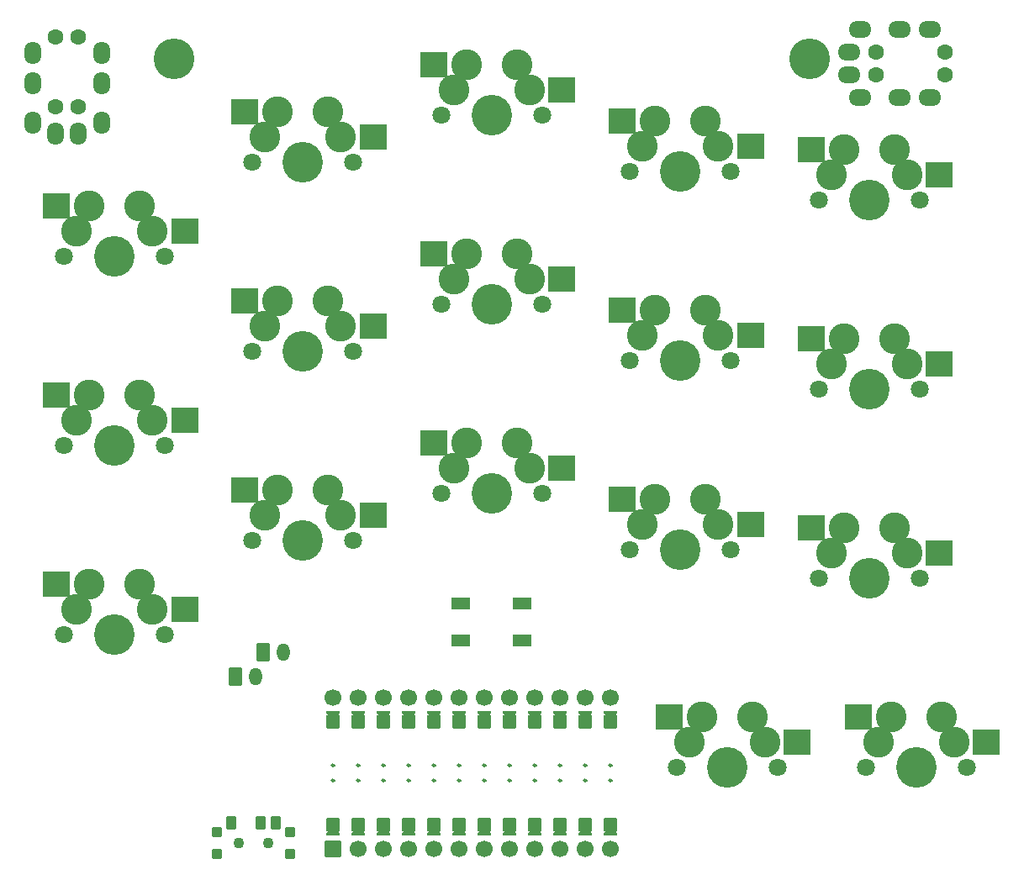
<source format=gbr>
%TF.GenerationSoftware,KiCad,Pcbnew,7.0.0*%
%TF.CreationDate,2023-04-08T11:50:52+01:00*%
%TF.ProjectId,chips-34,63686970-732d-4333-942e-6b696361645f,v1.0.0*%
%TF.SameCoordinates,Original*%
%TF.FileFunction,Soldermask,Top*%
%TF.FilePolarity,Negative*%
%FSLAX46Y46*%
G04 Gerber Fmt 4.6, Leading zero omitted, Abs format (unit mm)*
G04 Created by KiCad (PCBNEW 7.0.0) date 2023-04-08 11:50:52*
%MOMM*%
%LPD*%
G01*
G04 APERTURE LIST*
G04 Aperture macros list*
%AMRoundRect*
0 Rectangle with rounded corners*
0 $1 Rounding radius*
0 $2 $3 $4 $5 $6 $7 $8 $9 X,Y pos of 4 corners*
0 Add a 4 corners polygon primitive as box body*
4,1,4,$2,$3,$4,$5,$6,$7,$8,$9,$2,$3,0*
0 Add four circle primitives for the rounded corners*
1,1,$1+$1,$2,$3*
1,1,$1+$1,$4,$5*
1,1,$1+$1,$6,$7*
1,1,$1+$1,$8,$9*
0 Add four rect primitives between the rounded corners*
20,1,$1+$1,$2,$3,$4,$5,0*
20,1,$1+$1,$4,$5,$6,$7,0*
20,1,$1+$1,$6,$7,$8,$9,0*
20,1,$1+$1,$8,$9,$2,$3,0*%
%AMFreePoly0*
4,1,14,0.635355,0.435355,0.650000,0.400000,0.650000,0.200000,0.635355,0.164645,0.035355,-0.435355,0.000000,-0.450000,-0.035355,-0.435355,-0.635355,0.164645,-0.650000,0.200000,-0.650000,0.400000,-0.635355,0.435355,-0.600000,0.450000,0.600000,0.450000,0.635355,0.435355,0.635355,0.435355,$1*%
%AMFreePoly1*
4,1,16,0.635355,1.035355,0.650000,1.000000,0.650000,-0.250000,0.635355,-0.285355,0.600000,-0.300000,-0.600000,-0.300000,-0.635355,-0.285355,-0.650000,-0.250000,-0.650000,1.000000,-0.635355,1.035355,-0.600000,1.050000,-0.564645,1.035355,0.000000,0.470710,0.564645,1.035355,0.600000,1.050000,0.635355,1.035355,0.635355,1.035355,$1*%
G04 Aperture macros list end*
%ADD10C,0.250000*%
%ADD11C,0.100000*%
%ADD12O,1.300000X1.800000*%
%ADD13RoundRect,0.050000X-0.600000X-0.850000X0.600000X-0.850000X0.600000X0.850000X-0.600000X0.850000X0*%
%ADD14C,1.700000*%
%ADD15FreePoly0,180.000000*%
%ADD16FreePoly1,180.000000*%
%ADD17RoundRect,0.050000X-0.800000X-0.800000X0.800000X-0.800000X0.800000X0.800000X-0.800000X0.800000X0*%
%ADD18FreePoly1,0.000000*%
%ADD19FreePoly0,0.000000*%
%ADD20C,1.100000*%
%ADD21RoundRect,0.050000X0.450000X0.450000X-0.450000X0.450000X-0.450000X-0.450000X0.450000X-0.450000X0*%
%ADD22RoundRect,0.050000X0.450000X0.625000X-0.450000X0.625000X-0.450000X-0.625000X0.450000X-0.625000X0*%
%ADD23RoundRect,0.050000X0.900000X0.550000X-0.900000X0.550000X-0.900000X-0.550000X0.900000X-0.550000X0*%
%ADD24C,4.100000*%
%ADD25C,4.087800*%
%ADD26C,1.801800*%
%ADD27C,3.100000*%
%ADD28RoundRect,0.050000X-1.275000X-1.250000X1.275000X-1.250000X1.275000X1.250000X-1.275000X1.250000X0*%
%ADD29C,1.600000*%
%ADD30O,2.300000X1.700000*%
%ADD31O,1.700000X2.300000*%
G04 APERTURE END LIST*
D10*
%TO.C,MCU1*%
X50095000Y-14668500D02*
G75*
G03*
X50095000Y-14668500I-125000J0D01*
G01*
X50095000Y-13144500D02*
G75*
G03*
X50095000Y-13144500I-125000J0D01*
G01*
X47555000Y-14668500D02*
G75*
G03*
X47555000Y-14668500I-125000J0D01*
G01*
X47555000Y-13144500D02*
G75*
G03*
X47555000Y-13144500I-125000J0D01*
G01*
X45015000Y-14668500D02*
G75*
G03*
X45015000Y-14668500I-125000J0D01*
G01*
X45015000Y-13144500D02*
G75*
G03*
X45015000Y-13144500I-125000J0D01*
G01*
X42475000Y-14668500D02*
G75*
G03*
X42475000Y-14668500I-125000J0D01*
G01*
X42475000Y-13144500D02*
G75*
G03*
X42475000Y-13144500I-125000J0D01*
G01*
X39935000Y-14668500D02*
G75*
G03*
X39935000Y-14668500I-125000J0D01*
G01*
X39935000Y-13144500D02*
G75*
G03*
X39935000Y-13144500I-125000J0D01*
G01*
X37395000Y-14668500D02*
G75*
G03*
X37395000Y-14668500I-125000J0D01*
G01*
X37395000Y-13144500D02*
G75*
G03*
X37395000Y-13144500I-125000J0D01*
G01*
X34855000Y-14668500D02*
G75*
G03*
X34855000Y-14668500I-125000J0D01*
G01*
X34855000Y-13144500D02*
G75*
G03*
X34855000Y-13144500I-125000J0D01*
G01*
X32315000Y-14668500D02*
G75*
G03*
X32315000Y-14668500I-125000J0D01*
G01*
X32315000Y-13144500D02*
G75*
G03*
X32315000Y-13144500I-125000J0D01*
G01*
X29775000Y-14668500D02*
G75*
G03*
X29775000Y-14668500I-125000J0D01*
G01*
X29775000Y-13144500D02*
G75*
G03*
X29775000Y-13144500I-125000J0D01*
G01*
X27235000Y-14668500D02*
G75*
G03*
X27235000Y-14668500I-125000J0D01*
G01*
X27235000Y-13144500D02*
G75*
G03*
X27235000Y-13144500I-125000J0D01*
G01*
X24695000Y-13144500D02*
G75*
G03*
X24695000Y-13144500I-125000J0D01*
G01*
X24695000Y-14668500D02*
G75*
G03*
X24695000Y-14668500I-125000J0D01*
G01*
X22155000Y-14668500D02*
G75*
G03*
X22155000Y-14668500I-125000J0D01*
G01*
X22155000Y-13144500D02*
G75*
G03*
X22155000Y-13144500I-125000J0D01*
G01*
G36*
X22538000Y-8826500D02*
G01*
X21522000Y-8826500D01*
X21522000Y-7810500D01*
X22538000Y-7810500D01*
X22538000Y-8826500D01*
G37*
D11*
X22538000Y-8826500D02*
X21522000Y-8826500D01*
X21522000Y-7810500D01*
X22538000Y-7810500D01*
X22538000Y-8826500D01*
G36*
X37778000Y-8826500D02*
G01*
X36762000Y-8826500D01*
X36762000Y-7810500D01*
X37778000Y-7810500D01*
X37778000Y-8826500D01*
G37*
X37778000Y-8826500D02*
X36762000Y-8826500D01*
X36762000Y-7810500D01*
X37778000Y-7810500D01*
X37778000Y-8826500D01*
G36*
X25078000Y-8826500D02*
G01*
X24062000Y-8826500D01*
X24062000Y-7810500D01*
X25078000Y-7810500D01*
X25078000Y-8826500D01*
G37*
X25078000Y-8826500D02*
X24062000Y-8826500D01*
X24062000Y-7810500D01*
X25078000Y-7810500D01*
X25078000Y-8826500D01*
G36*
X27618000Y-8826500D02*
G01*
X26602000Y-8826500D01*
X26602000Y-7810500D01*
X27618000Y-7810500D01*
X27618000Y-8826500D01*
G37*
X27618000Y-8826500D02*
X26602000Y-8826500D01*
X26602000Y-7810500D01*
X27618000Y-7810500D01*
X27618000Y-8826500D01*
G36*
X32698000Y-8826500D02*
G01*
X31682000Y-8826500D01*
X31682000Y-7810500D01*
X32698000Y-7810500D01*
X32698000Y-8826500D01*
G37*
X32698000Y-8826500D02*
X31682000Y-8826500D01*
X31682000Y-7810500D01*
X32698000Y-7810500D01*
X32698000Y-8826500D01*
G36*
X35238000Y-8826500D02*
G01*
X34222000Y-8826500D01*
X34222000Y-7810500D01*
X35238000Y-7810500D01*
X35238000Y-8826500D01*
G37*
X35238000Y-8826500D02*
X34222000Y-8826500D01*
X34222000Y-7810500D01*
X35238000Y-7810500D01*
X35238000Y-8826500D01*
G36*
X42858000Y-8826500D02*
G01*
X41842000Y-8826500D01*
X41842000Y-7810500D01*
X42858000Y-7810500D01*
X42858000Y-8826500D01*
G37*
X42858000Y-8826500D02*
X41842000Y-8826500D01*
X41842000Y-7810500D01*
X42858000Y-7810500D01*
X42858000Y-8826500D01*
G36*
X47938000Y-8826500D02*
G01*
X46922000Y-8826500D01*
X46922000Y-7810500D01*
X47938000Y-7810500D01*
X47938000Y-8826500D01*
G37*
X47938000Y-8826500D02*
X46922000Y-8826500D01*
X46922000Y-7810500D01*
X47938000Y-7810500D01*
X47938000Y-8826500D01*
G36*
X30158000Y-8826500D02*
G01*
X29142000Y-8826500D01*
X29142000Y-7810500D01*
X30158000Y-7810500D01*
X30158000Y-8826500D01*
G37*
X30158000Y-8826500D02*
X29142000Y-8826500D01*
X29142000Y-7810500D01*
X30158000Y-7810500D01*
X30158000Y-8826500D01*
G36*
X40318000Y-8826500D02*
G01*
X39302000Y-8826500D01*
X39302000Y-7810500D01*
X40318000Y-7810500D01*
X40318000Y-8826500D01*
G37*
X40318000Y-8826500D02*
X39302000Y-8826500D01*
X39302000Y-7810500D01*
X40318000Y-7810500D01*
X40318000Y-8826500D01*
G36*
X45398000Y-8826500D02*
G01*
X44382000Y-8826500D01*
X44382000Y-7810500D01*
X45398000Y-7810500D01*
X45398000Y-8826500D01*
G37*
X45398000Y-8826500D02*
X44382000Y-8826500D01*
X44382000Y-7810500D01*
X45398000Y-7810500D01*
X45398000Y-8826500D01*
G36*
X50478000Y-8826500D02*
G01*
X49462000Y-8826500D01*
X49462000Y-7810500D01*
X50478000Y-7810500D01*
X50478000Y-8826500D01*
G37*
X50478000Y-8826500D02*
X49462000Y-8826500D01*
X49462000Y-7810500D01*
X50478000Y-7810500D01*
X50478000Y-8826500D01*
G36*
X50478000Y-20002500D02*
G01*
X49462000Y-20002500D01*
X49462000Y-18986500D01*
X50478000Y-18986500D01*
X50478000Y-20002500D01*
G37*
X50478000Y-20002500D02*
X49462000Y-20002500D01*
X49462000Y-18986500D01*
X50478000Y-18986500D01*
X50478000Y-20002500D01*
G36*
X47938000Y-20002500D02*
G01*
X46922000Y-20002500D01*
X46922000Y-18986500D01*
X47938000Y-18986500D01*
X47938000Y-20002500D01*
G37*
X47938000Y-20002500D02*
X46922000Y-20002500D01*
X46922000Y-18986500D01*
X47938000Y-18986500D01*
X47938000Y-20002500D01*
G36*
X45398000Y-20002500D02*
G01*
X44382000Y-20002500D01*
X44382000Y-18986500D01*
X45398000Y-18986500D01*
X45398000Y-20002500D01*
G37*
X45398000Y-20002500D02*
X44382000Y-20002500D01*
X44382000Y-18986500D01*
X45398000Y-18986500D01*
X45398000Y-20002500D01*
G36*
X42858000Y-20002500D02*
G01*
X41842000Y-20002500D01*
X41842000Y-18986500D01*
X42858000Y-18986500D01*
X42858000Y-20002500D01*
G37*
X42858000Y-20002500D02*
X41842000Y-20002500D01*
X41842000Y-18986500D01*
X42858000Y-18986500D01*
X42858000Y-20002500D01*
G36*
X40318000Y-20002500D02*
G01*
X39302000Y-20002500D01*
X39302000Y-18986500D01*
X40318000Y-18986500D01*
X40318000Y-20002500D01*
G37*
X40318000Y-20002500D02*
X39302000Y-20002500D01*
X39302000Y-18986500D01*
X40318000Y-18986500D01*
X40318000Y-20002500D01*
G36*
X37778000Y-20002500D02*
G01*
X36762000Y-20002500D01*
X36762000Y-18986500D01*
X37778000Y-18986500D01*
X37778000Y-20002500D01*
G37*
X37778000Y-20002500D02*
X36762000Y-20002500D01*
X36762000Y-18986500D01*
X37778000Y-18986500D01*
X37778000Y-20002500D01*
G36*
X35238000Y-20002500D02*
G01*
X34222000Y-20002500D01*
X34222000Y-18986500D01*
X35238000Y-18986500D01*
X35238000Y-20002500D01*
G37*
X35238000Y-20002500D02*
X34222000Y-20002500D01*
X34222000Y-18986500D01*
X35238000Y-18986500D01*
X35238000Y-20002500D01*
G36*
X32698000Y-20002500D02*
G01*
X31682000Y-20002500D01*
X31682000Y-18986500D01*
X32698000Y-18986500D01*
X32698000Y-20002500D01*
G37*
X32698000Y-20002500D02*
X31682000Y-20002500D01*
X31682000Y-18986500D01*
X32698000Y-18986500D01*
X32698000Y-20002500D01*
G36*
X30158000Y-20002500D02*
G01*
X29142000Y-20002500D01*
X29142000Y-18986500D01*
X30158000Y-18986500D01*
X30158000Y-20002500D01*
G37*
X30158000Y-20002500D02*
X29142000Y-20002500D01*
X29142000Y-18986500D01*
X30158000Y-18986500D01*
X30158000Y-20002500D01*
G36*
X27618000Y-20002500D02*
G01*
X26602000Y-20002500D01*
X26602000Y-18986500D01*
X27618000Y-18986500D01*
X27618000Y-20002500D01*
G37*
X27618000Y-20002500D02*
X26602000Y-20002500D01*
X26602000Y-18986500D01*
X27618000Y-18986500D01*
X27618000Y-20002500D01*
G36*
X25078000Y-20002500D02*
G01*
X24062000Y-20002500D01*
X24062000Y-18986500D01*
X25078000Y-18986500D01*
X25078000Y-20002500D01*
G37*
X25078000Y-20002500D02*
X24062000Y-20002500D01*
X24062000Y-18986500D01*
X25078000Y-18986500D01*
X25078000Y-20002500D01*
G36*
X22538000Y-20002500D02*
G01*
X21522000Y-20002500D01*
X21522000Y-18986500D01*
X22538000Y-18986500D01*
X22538000Y-20002500D01*
G37*
X22538000Y-20002500D02*
X21522000Y-20002500D01*
X21522000Y-18986500D01*
X22538000Y-18986500D01*
X22538000Y-20002500D01*
%TD*%
D12*
%TO.C,JST2*%
X16999999Y-1774999D03*
D13*
X15000000Y-1775000D03*
%TD*%
%TO.C,JST1*%
X12200000Y-4175000D03*
D12*
X14199999Y-4174999D03*
%TD*%
D14*
%TO.C,MCU1*%
X22030000Y-21526500D03*
X24570000Y-21526500D03*
X27110000Y-21526500D03*
X29650000Y-21526500D03*
X32190000Y-21526500D03*
X34730000Y-21526500D03*
X37270000Y-21526500D03*
X39810000Y-21526500D03*
X42350000Y-21526500D03*
X44890000Y-21526500D03*
X47430000Y-21526500D03*
X49970000Y-21526500D03*
X49970000Y-6286500D03*
X47430000Y-6286500D03*
X44890000Y-6286500D03*
X42350000Y-6286500D03*
X39810000Y-6286500D03*
X37270000Y-6286500D03*
X34730000Y-6286500D03*
X32190000Y-6286500D03*
X29650000Y-6286500D03*
X27110000Y-6286500D03*
X24570000Y-6286500D03*
X22030000Y-6286500D03*
D15*
X22030000Y-19748500D03*
D16*
X22030000Y-18732500D03*
D17*
X22030000Y-21526500D03*
D15*
X24570000Y-19748500D03*
D16*
X24570000Y-18732500D03*
D15*
X27110000Y-19748500D03*
D16*
X27110000Y-18732500D03*
D15*
X29650000Y-19748500D03*
D16*
X29650000Y-18732500D03*
D15*
X32190000Y-19748500D03*
D16*
X32190000Y-18732500D03*
D15*
X34730000Y-19748500D03*
D16*
X34730000Y-18732500D03*
D15*
X37270000Y-19748500D03*
D16*
X37270000Y-18732500D03*
D15*
X39810000Y-19748500D03*
D16*
X39810000Y-18732500D03*
D15*
X42350000Y-19748500D03*
D16*
X42350000Y-18732500D03*
D15*
X44890000Y-19748500D03*
D16*
X44890000Y-18732500D03*
D15*
X47430000Y-19748500D03*
D16*
X47430000Y-18732500D03*
D15*
X49970000Y-19748500D03*
D16*
X49970000Y-18732500D03*
D18*
X22030000Y-9080500D03*
X27110000Y-9080500D03*
D19*
X27110000Y-8064500D03*
X22030000Y-8064500D03*
D18*
X24570000Y-9080500D03*
X29650000Y-9080500D03*
D19*
X24570000Y-8064500D03*
X29650000Y-8064500D03*
D18*
X34730000Y-9080500D03*
X37270000Y-9080500D03*
D19*
X37270000Y-8064500D03*
D18*
X39810000Y-9080500D03*
X49970000Y-9080500D03*
D19*
X39810000Y-8064500D03*
X49970000Y-8064500D03*
D18*
X42350000Y-9080500D03*
D19*
X32190000Y-8064500D03*
X34730000Y-8064500D03*
X42350000Y-8064500D03*
D18*
X44890000Y-9080500D03*
D19*
X44890000Y-8064500D03*
X47430000Y-8064500D03*
D18*
X47430000Y-9080500D03*
X32190000Y-9080500D03*
%TD*%
D20*
%TO.C,T2*%
X12500000Y-20975000D03*
X15500000Y-20975000D03*
%TD*%
D21*
%TO.C,T1*%
X17700000Y-22075000D03*
X17700000Y-19875000D03*
X10300000Y-19875000D03*
X10300000Y-22075000D03*
D22*
X16250000Y-18900000D03*
X14750000Y-18900000D03*
X11750000Y-18900000D03*
D20*
X15500000Y-20975000D03*
X12500000Y-20975000D03*
%TD*%
D23*
%TO.C,B1*%
X41100000Y-562500D03*
X34900000Y-562500D03*
X41100000Y3137500D03*
X34900000Y3137500D03*
%TD*%
D24*
%TO.C,*%
X6000000Y58000000D03*
%TD*%
%TO.C,*%
X70000000Y58000000D03*
%TD*%
D25*
%TO.C,S1*%
X0Y0D03*
D26*
X5080000Y0D03*
X-5080000Y0D03*
D27*
X2540000Y5080000D03*
X-3810000Y2540000D03*
X-2540000Y5080000D03*
X3810000Y2540000D03*
D28*
X7085000Y2540000D03*
X-5842000Y5080000D03*
%TD*%
D25*
%TO.C,S2*%
X0Y19050000D03*
D26*
X5080000Y19050000D03*
X-5080000Y19050000D03*
D27*
X2540000Y24130000D03*
X-3810000Y21590000D03*
X-2540000Y24130000D03*
X3810000Y21590000D03*
D28*
X7085000Y21590000D03*
X-5842000Y24130000D03*
%TD*%
D25*
%TO.C,S3*%
X0Y38100000D03*
D26*
X5080000Y38100000D03*
X-5080000Y38100000D03*
D27*
X2540000Y43180000D03*
X-3810000Y40640000D03*
X-2540000Y43180000D03*
X3810000Y40640000D03*
D28*
X7085000Y40640000D03*
X-5842000Y43180000D03*
%TD*%
D25*
%TO.C,S4*%
X19000000Y9525000D03*
D26*
X24080000Y9525000D03*
X13920000Y9525000D03*
D27*
X21540000Y14605000D03*
X15190000Y12065000D03*
X16460000Y14605000D03*
X22810000Y12065000D03*
D28*
X26085000Y12065000D03*
X13158000Y14605000D03*
%TD*%
D25*
%TO.C,S5*%
X19000000Y28575000D03*
D26*
X24080000Y28575000D03*
X13920000Y28575000D03*
D27*
X21540000Y33655000D03*
X15190000Y31115000D03*
X16460000Y33655000D03*
X22810000Y31115000D03*
D28*
X26085000Y31115000D03*
X13158000Y33655000D03*
%TD*%
D25*
%TO.C,S6*%
X19000000Y47625000D03*
D26*
X24080000Y47625000D03*
X13920000Y47625000D03*
D27*
X21540000Y52705000D03*
X15190000Y50165000D03*
X16460000Y52705000D03*
X22810000Y50165000D03*
D28*
X26085000Y50165000D03*
X13158000Y52705000D03*
%TD*%
D25*
%TO.C,S7*%
X38000000Y14287500D03*
D26*
X43080000Y14287500D03*
X32920000Y14287500D03*
D27*
X40540000Y19367500D03*
X34190000Y16827500D03*
X35460000Y19367500D03*
X41810000Y16827500D03*
D28*
X45085000Y16827500D03*
X32158000Y19367500D03*
%TD*%
D25*
%TO.C,S8*%
X38000000Y33337500D03*
D26*
X43080000Y33337500D03*
X32920000Y33337500D03*
D27*
X40540000Y38417500D03*
X34190000Y35877500D03*
X35460000Y38417500D03*
X41810000Y35877500D03*
D28*
X45085000Y35877500D03*
X32158000Y38417500D03*
%TD*%
D25*
%TO.C,S9*%
X38000000Y52387500D03*
D26*
X43080000Y52387500D03*
X32920000Y52387500D03*
D27*
X40540000Y57467500D03*
X34190000Y54927500D03*
X35460000Y57467500D03*
X41810000Y54927500D03*
D28*
X45085000Y54927500D03*
X32158000Y57467500D03*
%TD*%
D25*
%TO.C,S10*%
X57000000Y8572500D03*
D26*
X62080000Y8572500D03*
X51920000Y8572500D03*
D27*
X59540000Y13652500D03*
X53190000Y11112500D03*
X54460000Y13652500D03*
X60810000Y11112500D03*
D28*
X64085000Y11112500D03*
X51158000Y13652500D03*
%TD*%
D25*
%TO.C,S11*%
X57000000Y27622500D03*
D26*
X62080000Y27622500D03*
X51920000Y27622500D03*
D27*
X59540000Y32702500D03*
X53190000Y30162500D03*
X54460000Y32702500D03*
X60810000Y30162500D03*
D28*
X64085000Y30162500D03*
X51158000Y32702500D03*
%TD*%
D25*
%TO.C,S12*%
X57000000Y46672500D03*
D26*
X62080000Y46672500D03*
X51920000Y46672500D03*
D27*
X59540000Y51752500D03*
X53190000Y49212500D03*
X54460000Y51752500D03*
X60810000Y49212500D03*
D28*
X64085000Y49212500D03*
X51158000Y51752500D03*
%TD*%
D25*
%TO.C,S13*%
X76000000Y5715000D03*
D26*
X81080000Y5715000D03*
X70920000Y5715000D03*
D27*
X78540000Y10795000D03*
X72190000Y8255000D03*
X73460000Y10795000D03*
X79810000Y8255000D03*
D28*
X83085000Y8255000D03*
X70158000Y10795000D03*
%TD*%
D25*
%TO.C,S14*%
X76000000Y24765000D03*
D26*
X81080000Y24765000D03*
X70920000Y24765000D03*
D27*
X78540000Y29845000D03*
X72190000Y27305000D03*
X73460000Y29845000D03*
X79810000Y27305000D03*
D28*
X83085000Y27305000D03*
X70158000Y29845000D03*
%TD*%
D25*
%TO.C,S15*%
X76000000Y43815000D03*
D26*
X81080000Y43815000D03*
X70920000Y43815000D03*
D27*
X78540000Y48895000D03*
X72190000Y46355000D03*
X73460000Y48895000D03*
X79810000Y46355000D03*
D28*
X83085000Y46355000D03*
X70158000Y48895000D03*
%TD*%
D25*
%TO.C,S16*%
X80762500Y-13335000D03*
D26*
X85842500Y-13335000D03*
X75682500Y-13335000D03*
D27*
X83302500Y-8255000D03*
X76952500Y-10795000D03*
X78222500Y-8255000D03*
X84572500Y-10795000D03*
D28*
X87847500Y-10795000D03*
X74920500Y-8255000D03*
%TD*%
D25*
%TO.C,S17*%
X61712500Y-13335000D03*
D26*
X66792500Y-13335000D03*
X56632500Y-13335000D03*
D27*
X64252500Y-8255000D03*
X57902500Y-10795000D03*
X59172500Y-8255000D03*
X65522500Y-10795000D03*
D28*
X68797500Y-10795000D03*
X55870500Y-8255000D03*
%TD*%
D29*
%TO.C,TRRS1*%
X76700000Y58715000D03*
X83700000Y58715000D03*
X76700000Y56415000D03*
X83700000Y56415000D03*
D30*
X73999999Y58714999D03*
X75099999Y54114999D03*
X79099999Y54114999D03*
X82099999Y54114999D03*
X73999999Y56414999D03*
X75099999Y61014999D03*
X79099999Y61014999D03*
X82099999Y61014999D03*
%TD*%
D29*
%TO.C,TRRS2*%
X-5900000Y53200000D03*
X-5900000Y60200000D03*
X-3600000Y53200000D03*
X-3600000Y60200000D03*
D31*
X-5899999Y50499999D03*
X-1299999Y51599999D03*
X-1299999Y55599999D03*
X-1299999Y58599999D03*
X-3599999Y50499999D03*
X-8199999Y51599999D03*
X-8199999Y55599999D03*
X-8199999Y58599999D03*
%TD*%
M02*

</source>
